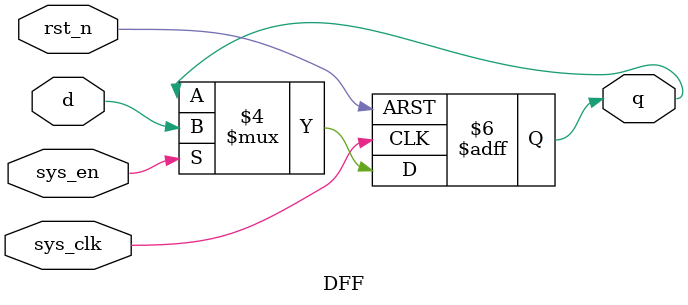
<source format=v>
`timescale 1ns / 1ps


module DFF(
    //clock and reset
    sys_clk,
    sys_en,
    rst_n,
    
    //input
    d,
    
    //output
    q
    );
    
    //clock and reset
    input sys_clk;
    input sys_en;
    input rst_n;
    
    //input
    input d;
    
    //output
    output reg q;
    
    //code
    always @(posedge sys_clk or negedge rst_n) begin
        if(!rst_n)
            q <= 1'b0;
        else if(sys_en)
            q <= d;
            else    q <= q;
    end
    
endmodule

</source>
